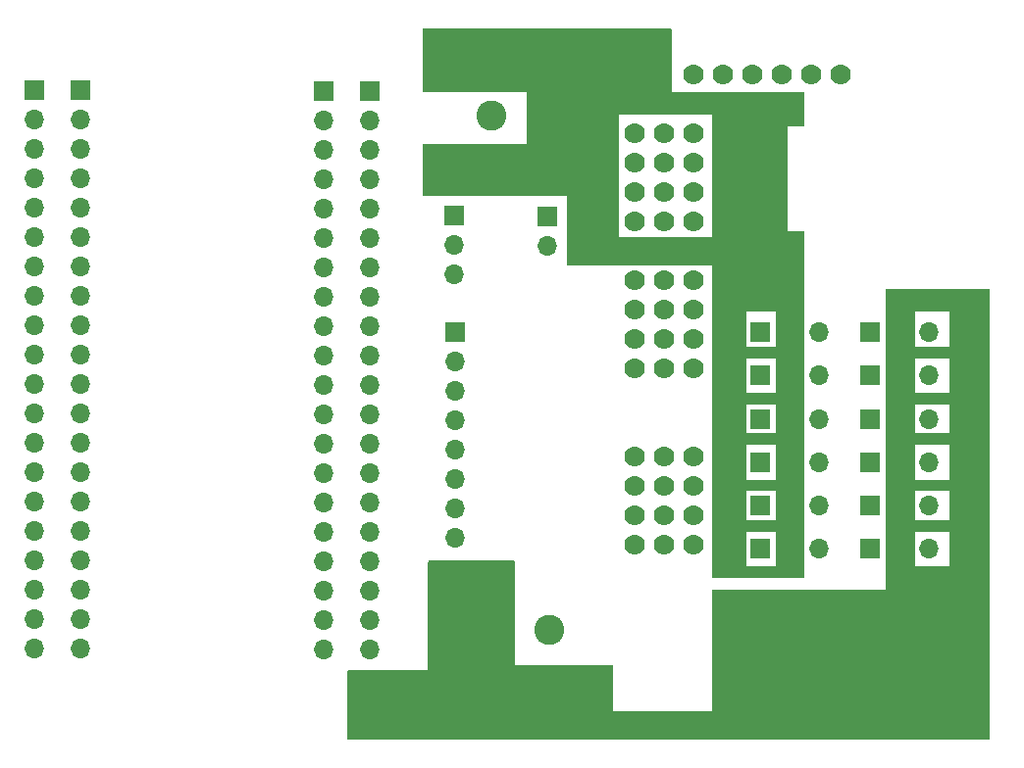
<source format=gbr>
%TF.GenerationSoftware,KiCad,Pcbnew,9.0.0*%
%TF.CreationDate,2025-03-26T16:28:11-04:00*%
%TF.ProjectId,spotmicro21mm,73706f74-6d69-4637-926f-32316d6d2e6b,rev?*%
%TF.SameCoordinates,Original*%
%TF.FileFunction,Copper,L3,Inr*%
%TF.FilePolarity,Positive*%
%FSLAX46Y46*%
G04 Gerber Fmt 4.6, Leading zero omitted, Abs format (unit mm)*
G04 Created by KiCad (PCBNEW 9.0.0) date 2025-03-26 16:28:11*
%MOMM*%
%LPD*%
G01*
G04 APERTURE LIST*
G04 Aperture macros list*
%AMRoundRect*
0 Rectangle with rounded corners*
0 $1 Rounding radius*
0 $2 $3 $4 $5 $6 $7 $8 $9 X,Y pos of 4 corners*
0 Add a 4 corners polygon primitive as box body*
4,1,4,$2,$3,$4,$5,$6,$7,$8,$9,$2,$3,0*
0 Add four circle primitives for the rounded corners*
1,1,$1+$1,$2,$3*
1,1,$1+$1,$4,$5*
1,1,$1+$1,$6,$7*
1,1,$1+$1,$8,$9*
0 Add four rect primitives between the rounded corners*
20,1,$1+$1,$2,$3,$4,$5,0*
20,1,$1+$1,$4,$5,$6,$7,0*
20,1,$1+$1,$6,$7,$8,$9,0*
20,1,$1+$1,$8,$9,$2,$3,0*%
G04 Aperture macros list end*
%TA.AperFunction,ComponentPad*%
%ADD10R,1.700000X1.700000*%
%TD*%
%TA.AperFunction,ComponentPad*%
%ADD11O,1.700000X1.700000*%
%TD*%
%TA.AperFunction,ComponentPad*%
%ADD12RoundRect,0.250000X1.050000X1.050000X-1.050000X1.050000X-1.050000X-1.050000X1.050000X-1.050000X0*%
%TD*%
%TA.AperFunction,ComponentPad*%
%ADD13C,2.600000*%
%TD*%
%TA.AperFunction,ComponentPad*%
%ADD14RoundRect,0.250000X-1.050000X-1.050000X1.050000X-1.050000X1.050000X1.050000X-1.050000X1.050000X0*%
%TD*%
%TA.AperFunction,ComponentPad*%
%ADD15C,1.778000*%
%TD*%
%TA.AperFunction,Conductor*%
%ADD16C,1.700000*%
%TD*%
G04 APERTURE END LIST*
D10*
%TO.N,/PWM-7*%
%TO.C,J9*%
X146170000Y-88000000D03*
D11*
%TO.N,/S2-PWR*%
X148710000Y-88000000D03*
%TO.N,/S2-GND*%
X151250000Y-88000000D03*
%TD*%
D10*
%TO.N,/ESP-32Pin*%
%TO.C,J14*%
X87500000Y-63360000D03*
D11*
X87500000Y-65900000D03*
X87500000Y-68440000D03*
X87500000Y-70980000D03*
X87500000Y-73520000D03*
X87500000Y-76060000D03*
X87500000Y-78600000D03*
X87500000Y-81140000D03*
X87500000Y-83680000D03*
X87500000Y-86220000D03*
X87500000Y-88760000D03*
X87500000Y-91300000D03*
X87500000Y-93840000D03*
X87500000Y-96380000D03*
X87500000Y-98920000D03*
X87500000Y-101460000D03*
X87500000Y-104000000D03*
X87500000Y-106540000D03*
X87500000Y-109080000D03*
X87500000Y-111620000D03*
%TD*%
D10*
%TO.N,/PWM-4*%
%TO.C,J6*%
X155670000Y-99250000D03*
D11*
%TO.N,/S1-PWR*%
X158210000Y-99250000D03*
%TO.N,/S1-GND*%
X160750000Y-99250000D03*
%TD*%
D10*
%TO.N,/Global SCL*%
%TO.C,J18*%
X127750000Y-74250000D03*
D11*
%TO.N,/Global SDA*%
X127750000Y-76790000D03*
%TD*%
D12*
%TO.N,/S2-PWR*%
%TO.C,J21*%
X127993453Y-65577500D03*
D13*
%TO.N,/S2-GND*%
X122993453Y-65577500D03*
%TD*%
D10*
%TO.N,/PWM-2*%
%TO.C,J4*%
X155670000Y-91750000D03*
D11*
%TO.N,/S1-PWR*%
X158210000Y-91750000D03*
%TO.N,/S1-GND*%
X160750000Y-91750000D03*
%TD*%
D10*
%TO.N,/ESP-32Pin*%
%TO.C,J17*%
X112500000Y-63400000D03*
D11*
X112500000Y-65940000D03*
X112500000Y-68480000D03*
X112500000Y-71020000D03*
X112500000Y-73560000D03*
X112500000Y-76100000D03*
X112500000Y-78640000D03*
X112500000Y-81180000D03*
X112500000Y-83720000D03*
X112500000Y-86260000D03*
X112500000Y-88800000D03*
X112500000Y-91340000D03*
X112500000Y-93880000D03*
X112500000Y-96420000D03*
X112500000Y-98960000D03*
X112500000Y-101500000D03*
X112500000Y-104040000D03*
X112500000Y-106580000D03*
X112500000Y-109120000D03*
X112500000Y-111660000D03*
%TD*%
D10*
%TO.N,/PWM-11*%
%TO.C,J13*%
X146170000Y-103000000D03*
D11*
%TO.N,/S2-PWR*%
X148710000Y-103000000D03*
%TO.N,/S2-GND*%
X151250000Y-103000000D03*
%TD*%
D10*
%TO.N,/PWM-1*%
%TO.C,J3*%
X155670000Y-88000000D03*
D11*
%TO.N,/S1-PWR*%
X158210000Y-88000000D03*
%TO.N,/S1-GND*%
X160750000Y-88000000D03*
%TD*%
D10*
%TO.N,/ESP-32Pin*%
%TO.C,J15*%
X108500000Y-63400000D03*
D11*
X108500000Y-65940000D03*
X108500000Y-68480000D03*
X108500000Y-71020000D03*
X108500000Y-73560000D03*
X108500000Y-76100000D03*
X108500000Y-78640000D03*
X108500000Y-81180000D03*
X108500000Y-83720000D03*
X108500000Y-86260000D03*
X108500000Y-88800000D03*
X108500000Y-91340000D03*
X108500000Y-93880000D03*
X108500000Y-96420000D03*
X108500000Y-98960000D03*
X108500000Y-101500000D03*
X108500000Y-104040000D03*
X108500000Y-106580000D03*
X108500000Y-109120000D03*
X108500000Y-111660000D03*
%TD*%
D10*
%TO.N,/PWM-9*%
%TO.C,J11*%
X146170000Y-95500000D03*
D11*
%TO.N,/S2-PWR*%
X148710000Y-95500000D03*
%TO.N,/S2-GND*%
X151250000Y-95500000D03*
%TD*%
D14*
%TO.N,/S1-PWR*%
%TO.C,J1*%
X123000000Y-110000000D03*
D13*
%TO.N,/S1-GND*%
X128000000Y-110000000D03*
%TD*%
D10*
%TO.N,/ESP-32Pin*%
%TO.C,J16*%
X83500000Y-63360000D03*
D11*
X83500000Y-65900000D03*
X83500000Y-68440000D03*
X83500000Y-70980000D03*
X83500000Y-73520000D03*
X83500000Y-76060000D03*
X83500000Y-78600000D03*
X83500000Y-81140000D03*
X83500000Y-83680000D03*
X83500000Y-86220000D03*
X83500000Y-88760000D03*
X83500000Y-91300000D03*
X83500000Y-93840000D03*
X83500000Y-96380000D03*
X83500000Y-98920000D03*
X83500000Y-101460000D03*
X83500000Y-104000000D03*
X83500000Y-106540000D03*
X83500000Y-109080000D03*
X83500000Y-111620000D03*
%TD*%
D10*
%TO.N,/PWM-6*%
%TO.C,J8*%
X146170000Y-84250000D03*
D11*
%TO.N,/S2-PWR*%
X148710000Y-84250000D03*
%TO.N,/S2-GND*%
X151250000Y-84250000D03*
%TD*%
D10*
%TO.N,/PWM-3*%
%TO.C,J5*%
X155670000Y-95500000D03*
D11*
%TO.N,/S1-PWR*%
X158210000Y-95500000D03*
%TO.N,/S1-GND*%
X160750000Y-95500000D03*
%TD*%
D10*
%TO.N,/PWM-8*%
%TO.C,J10*%
X146170000Y-91750000D03*
D11*
%TO.N,/S2-PWR*%
X148710000Y-91750000D03*
%TO.N,/S2-GND*%
X151250000Y-91750000D03*
%TD*%
D10*
%TO.N,/ESP32-3v3*%
%TO.C,J20*%
X119800000Y-84260000D03*
D11*
%TO.N,/ESP32-GND*%
X119800000Y-86800000D03*
%TO.N,/Global SCL*%
X119800000Y-89340000D03*
%TO.N,/Global SDA*%
X119800000Y-91880000D03*
%TO.N,unconnected-(J20-Pin_5-Pad5)*%
X119800000Y-94420000D03*
%TO.N,unconnected-(J20-Pin_6-Pad6)*%
X119800000Y-96960000D03*
%TO.N,unconnected-(J20-Pin_7-Pad7)*%
X119800000Y-99500000D03*
%TO.N,unconnected-(J20-Pin_8-Pad8)*%
X119800000Y-102040000D03*
%TD*%
D10*
%TO.N,/PWM-10*%
%TO.C,J12*%
X146170000Y-99250000D03*
D11*
%TO.N,/S2-PWR*%
X148710000Y-99250000D03*
%TO.N,/S2-GND*%
X151250000Y-99250000D03*
%TD*%
D10*
%TO.N,/ESP32-GND*%
%TO.C,J19*%
X119750000Y-74210000D03*
D11*
%TO.N,/ESP32-3v3*%
X119750000Y-76750000D03*
%TO.N,/ESP32-5v*%
X119750000Y-79290000D03*
%TD*%
D10*
%TO.N,/PWM-5*%
%TO.C,J7*%
X155670000Y-103000000D03*
D11*
%TO.N,/S1-PWR*%
X158210000Y-103000000D03*
%TO.N,/S1-GND*%
X160750000Y-103000000D03*
%TD*%
D15*
%TO.N,/PWM-0*%
%TO.C,U2*%
X140440000Y-67050000D03*
%TO.N,/PWM-1*%
X140440000Y-69590000D03*
%TO.N,/PWM-2*%
X140440000Y-72130000D03*
%TO.N,/PWM-3*%
X140440000Y-74670000D03*
%TO.N,/PWM-4*%
X140440000Y-79750000D03*
%TO.N,/PWM-5*%
X140440000Y-82290000D03*
%TO.N,/PWM-6*%
X140440000Y-84830000D03*
%TO.N,/PWM-7*%
X140440000Y-87370000D03*
%TO.N,/PWM-8*%
X140440000Y-94990000D03*
%TO.N,/PWM-9*%
X140440000Y-97530000D03*
%TO.N,/PWM-10*%
X140440000Y-100070000D03*
%TO.N,/PWM-11*%
X140440000Y-102610000D03*
%TO.N,/ESP32-GND*%
X153140000Y-61970000D03*
%TO.N,N/C*%
X135360000Y-67050000D03*
X135360000Y-69590000D03*
X135360000Y-72130000D03*
X135360000Y-74670000D03*
X135360000Y-79750000D03*
X135360000Y-82290000D03*
X135360000Y-84830000D03*
X135360000Y-87370000D03*
X135360000Y-94990000D03*
X135360000Y-97530000D03*
X135360000Y-100070000D03*
X135360000Y-102610000D03*
X150600000Y-61970000D03*
%TO.N,/Global SCL*%
X148060000Y-61970000D03*
%TO.N,/Global SDA*%
X145520000Y-61970000D03*
%TO.N,unconnected-(U2-V+-PadV+_1)*%
X140440000Y-61970000D03*
%TO.N,N/C*%
X137900000Y-67050000D03*
X137900000Y-69590000D03*
X137900000Y-72130000D03*
X137900000Y-74670000D03*
X137900000Y-79750000D03*
X137900000Y-82290000D03*
X137900000Y-84830000D03*
X137900000Y-87370000D03*
X137900000Y-94990000D03*
X137900000Y-97530000D03*
X137900000Y-100070000D03*
X137900000Y-102610000D03*
%TO.N,/ESP32-5v*%
X142980000Y-61970000D03*
%TD*%
D10*
%TO.N,/PWM-0*%
%TO.C,J2*%
X155670000Y-84250000D03*
D11*
%TO.N,/S1-PWR*%
X158210000Y-84250000D03*
%TO.N,/S1-GND*%
X160750000Y-84250000D03*
%TD*%
D16*
%TO.N,/S1-PWR*%
X153000000Y-118500000D02*
X158210000Y-113290000D01*
X158210000Y-103000000D02*
X158210000Y-99250000D01*
X158210000Y-99250000D02*
X158210000Y-95500000D01*
X125500000Y-118500000D02*
X153000000Y-118500000D01*
X123000000Y-116000000D02*
X125500000Y-118500000D01*
X158210000Y-91750000D02*
X158210000Y-95500000D01*
X123000000Y-110000000D02*
X123000000Y-116000000D01*
X158210000Y-113290000D02*
X158210000Y-103000000D01*
X158210000Y-88000000D02*
X158210000Y-91750000D01*
X158210000Y-84250000D02*
X158210000Y-88000000D01*
%TO.N,/S2-PWR*%
X148710000Y-84250000D02*
X148710000Y-79710000D01*
X148710000Y-99250000D02*
X148710000Y-95500000D01*
X148710000Y-103000000D02*
X148710000Y-99250000D01*
X148710000Y-88000000D02*
X148710000Y-91750000D01*
X144000000Y-64500000D02*
X129070953Y-64500000D01*
X146000000Y-77000000D02*
X146000000Y-66500000D01*
X146000000Y-66500000D02*
X144000000Y-64500000D01*
X148710000Y-91750000D02*
X148710000Y-95500000D01*
X148710000Y-84250000D02*
X148710000Y-88000000D01*
X129070953Y-64500000D02*
X127993453Y-65577500D01*
X148710000Y-79710000D02*
X146000000Y-77000000D01*
%TD*%
%TA.AperFunction,Conductor*%
%TO.N,/S2-PWR*%
G36*
X150000000Y-105376000D02*
G01*
X149980315Y-105443039D01*
X149927511Y-105488794D01*
X149876000Y-105500000D01*
X147500000Y-105500000D01*
X147500000Y-104500000D01*
X150000000Y-104500000D01*
X150000000Y-105376000D01*
G37*
%TD.AperFunction*%
%TD*%
%TA.AperFunction,Conductor*%
%TO.N,/S2-PWR*%
G36*
X134000000Y-76000000D02*
G01*
X142000000Y-76000000D01*
X142000000Y-78500000D01*
X129624000Y-78500000D01*
X129556961Y-78480315D01*
X129511206Y-78427511D01*
X129500000Y-78376000D01*
X129500000Y-72500000D01*
X134000000Y-72500000D01*
X134000000Y-76000000D01*
G37*
%TD.AperFunction*%
%TD*%
%TA.AperFunction,Conductor*%
%TO.N,/S1-PWR*%
G36*
X159500000Y-105000000D02*
G01*
X166000000Y-105000000D01*
X166000000Y-119376000D01*
X165980315Y-119443039D01*
X165927511Y-119488794D01*
X165876000Y-119500000D01*
X110624000Y-119500000D01*
X110556961Y-119480315D01*
X110511206Y-119427511D01*
X110500000Y-119376000D01*
X110500000Y-113624000D01*
X110519685Y-113556961D01*
X110572489Y-113511206D01*
X110624000Y-113500000D01*
X117500000Y-113500000D01*
X117500000Y-104124000D01*
X117519685Y-104056961D01*
X117572489Y-104011206D01*
X117624000Y-104000000D01*
X124876000Y-104000000D01*
X124943039Y-104019685D01*
X124988794Y-104072489D01*
X125000000Y-104124000D01*
X125000000Y-113000000D01*
X133376000Y-113000000D01*
X133443039Y-113019685D01*
X133488794Y-113072489D01*
X133500000Y-113124000D01*
X133500000Y-117000000D01*
X142000000Y-117000000D01*
X142000000Y-106624000D01*
X142019685Y-106556961D01*
X142072489Y-106511206D01*
X142124000Y-106500000D01*
X157000000Y-106500000D01*
X157000000Y-82500000D01*
X159500000Y-82500000D01*
X159500000Y-105000000D01*
G37*
%TD.AperFunction*%
%TD*%
%TA.AperFunction,Conductor*%
%TO.N,/S1-PWR*%
G36*
X165943039Y-80519685D02*
G01*
X165988794Y-80572489D01*
X166000000Y-80624000D01*
X166000000Y-105000000D01*
X159500000Y-105000000D01*
X159500000Y-104500000D01*
X162500000Y-104500000D01*
X162500000Y-101500000D01*
X159500000Y-101500000D01*
X159500000Y-100500000D01*
X162500000Y-100500000D01*
X162500000Y-98000000D01*
X159500000Y-98000000D01*
X159500000Y-97000000D01*
X162500000Y-97000000D01*
X162500000Y-94000000D01*
X159500000Y-94000000D01*
X159500000Y-93000000D01*
X162500000Y-93000000D01*
X162500000Y-90500000D01*
X159500000Y-90500000D01*
X159500000Y-89500000D01*
X162500000Y-89500000D01*
X162500000Y-86500000D01*
X159500000Y-86500000D01*
X159500000Y-85500000D01*
X162500000Y-85500000D01*
X162500000Y-82500000D01*
X159500000Y-82500000D01*
X157000000Y-82500000D01*
X157000000Y-80624000D01*
X157019685Y-80556961D01*
X157072489Y-80511206D01*
X157124000Y-80500000D01*
X165876000Y-80500000D01*
X165943039Y-80519685D01*
G37*
%TD.AperFunction*%
%TD*%
%TA.AperFunction,Conductor*%
%TO.N,/S2-PWR*%
G36*
X145000000Y-85500000D02*
G01*
X147500000Y-85500000D01*
X147500000Y-86500000D01*
X145000000Y-86500000D01*
X145000000Y-89500000D01*
X147500000Y-89500000D01*
X147500000Y-90500000D01*
X145000000Y-90500000D01*
X145000000Y-93000000D01*
X147500000Y-93000000D01*
X147500000Y-94000000D01*
X145000000Y-94000000D01*
X145000000Y-97000000D01*
X147500000Y-97000000D01*
X147500000Y-98000000D01*
X145000000Y-98000000D01*
X145000000Y-100500000D01*
X148000000Y-100500000D01*
X148000000Y-101500000D01*
X145000000Y-101500000D01*
X145000000Y-104500000D01*
X147500000Y-104500000D01*
X147500000Y-105500000D01*
X142124000Y-105500000D01*
X142056961Y-105480315D01*
X142011206Y-105427511D01*
X142000000Y-105376000D01*
X142000000Y-82500000D01*
X145000000Y-82500000D01*
X145000000Y-85500000D01*
G37*
%TD.AperFunction*%
%TD*%
%TA.AperFunction,Conductor*%
%TO.N,/S2-PWR*%
G36*
X138443039Y-58019685D02*
G01*
X138488794Y-58072489D01*
X138500000Y-58124000D01*
X138500000Y-63500000D01*
X149876000Y-63500000D01*
X149943039Y-63519685D01*
X149988794Y-63572489D01*
X150000000Y-63624000D01*
X150000000Y-66376000D01*
X149980315Y-66443039D01*
X149927511Y-66488794D01*
X149876000Y-66500000D01*
X148500000Y-66500000D01*
X148500000Y-75500000D01*
X149876000Y-75500000D01*
X149943039Y-75519685D01*
X149988794Y-75572489D01*
X150000000Y-75624000D01*
X150000000Y-104500000D01*
X147500000Y-104500000D01*
X147500000Y-101500000D01*
X148000000Y-101500000D01*
X148000000Y-100500000D01*
X147500000Y-100500000D01*
X147500000Y-82500000D01*
X145000000Y-82500000D01*
X142000000Y-82500000D01*
X142000000Y-65500000D01*
X134000000Y-65500000D01*
X134000000Y-72500000D01*
X117124000Y-72500000D01*
X117056961Y-72480315D01*
X117011206Y-72427511D01*
X117000000Y-72376000D01*
X117000000Y-68124000D01*
X117019685Y-68056961D01*
X117072489Y-68011206D01*
X117124000Y-68000000D01*
X126000000Y-68000000D01*
X126000000Y-63500000D01*
X117124000Y-63500000D01*
X117056961Y-63480315D01*
X117011206Y-63427511D01*
X117000000Y-63376000D01*
X117000000Y-58124000D01*
X117019685Y-58056961D01*
X117072489Y-58011206D01*
X117124000Y-58000000D01*
X138376000Y-58000000D01*
X138443039Y-58019685D01*
G37*
%TD.AperFunction*%
%TD*%
M02*

</source>
